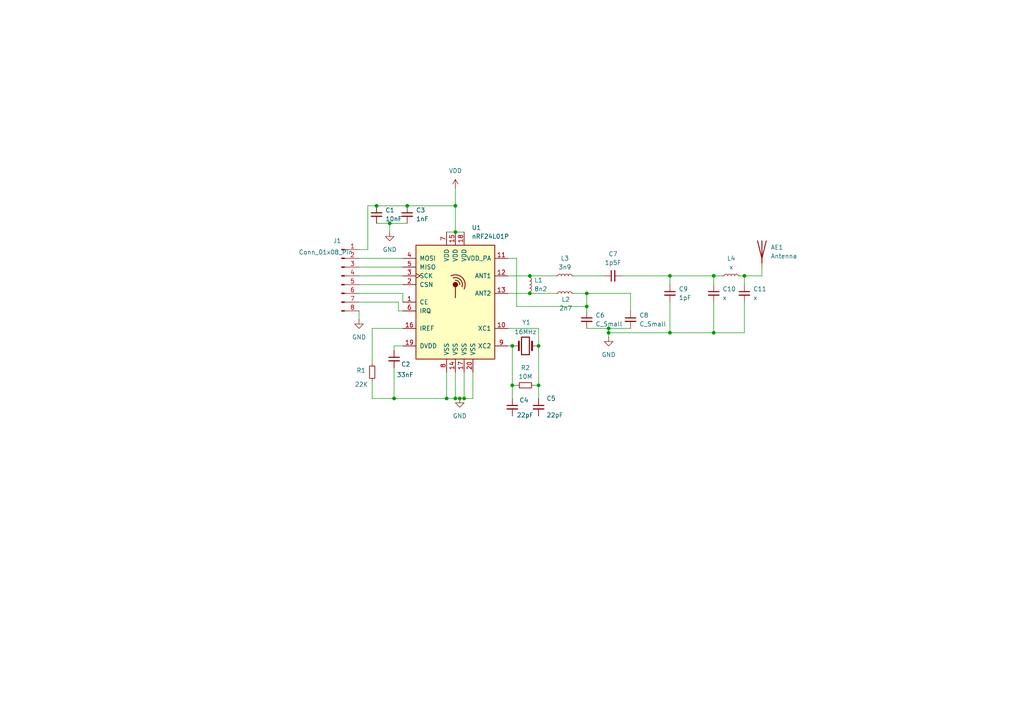
<source format=kicad_sch>
(kicad_sch (version 20231120) (generator "eeschema") (generator_version "8.0")
  (paper "A4")
  (lib_symbols
    (symbol "Connector:Conn_01x08_Pin" (pin_names (offset 1.016) hide)
      (property "Reference" "J" (at 0 10.16 0))
      (property "Value" "Conn_01x08_Pin" (at 0 -12.7 0))
      (symbol "Conn_01x08_Pin_1_1"
        (polyline (pts (xy 1.27 -10.16) (xy 0.8636 -10.16)) (stroke (width 0.1524)))
        (polyline (pts (xy 1.27 -7.62) (xy 0.8636 -7.62)) (stroke (width 0.1524)))
        (polyline (pts (xy 1.27 -5.08) (xy 0.8636 -5.08)) (stroke (width 0.1524)))
        (polyline (pts (xy 1.27 -2.54) (xy 0.8636 -2.54)) (stroke (width 0.1524)))
        (polyline (pts (xy 1.27 0) (xy 0.8636 0)) (stroke (width 0.1524)))
        (polyline (pts (xy 1.27 2.54) (xy 0.8636 2.54)) (stroke (width 0.1524)))
        (polyline (pts (xy 1.27 5.08) (xy 0.8636 5.08)) (stroke (width 0.1524)))
        (polyline (pts (xy 1.27 7.62) (xy 0.8636 7.62)) (stroke (width 0.1524)))
        (rectangle (start 0.8636 -10.033) (end 0 -10.287) (stroke (width 0.1524)) (fill (type outline)))
        (rectangle (start 0.8636 -7.493) (end 0 -7.747) (stroke (width 0.1524)) (fill (type outline)))
        (rectangle (start 0.8636 -4.953) (end 0 -5.207) (stroke (width 0.1524)) (fill (type outline)))
        (rectangle (start 0.8636 -2.413) (end 0 -2.667) (stroke (width 0.1524)) (fill (type outline)))
        (rectangle (start 0.8636 0.127) (end 0 -0.127) (stroke (width 0.1524)) (fill (type outline)))
        (rectangle (start 0.8636 2.667) (end 0 2.413) (stroke (width 0.1524)) (fill (type outline)))
        (rectangle (start 0.8636 5.207) (end 0 4.953) (stroke (width 0.1524)) (fill (type outline)))
        (rectangle (start 0.8636 7.747) (end 0 7.493) (stroke (width 0.1524)) (fill (type outline)))
        (pin passive line (at 5.08 7.62 180) (length 3.81) (name "Pin_1") (number "1"))
        (pin passive line (at 5.08 5.08 180) (length 3.81) (name "Pin_2") (number "2"))
        (pin passive line (at 5.08 2.54 180) (length 3.81) (name "Pin_3") (number "3"))
        (pin passive line (at 5.08 0 180) (length 3.81) (name "Pin_4") (number "4"))
        (pin passive line (at 5.08 -2.54 180) (length 3.81) (name "Pin_5") (number "5"))
        (pin passive line (at 5.08 -5.08 180) (length 3.81) (name "Pin_6") (number "6"))
        (pin passive line (at 5.08 -7.62 180) (length 3.81) (name "Pin_7") (number "7"))
        (pin passive line (at 5.08 -10.16 180) (length 3.81) (name "Pin_8") (number "8"))
      )
    )
    (symbol "Device:Antenna" (pin_numbers hide) (pin_names (offset 1.016) hide)
      (property "Reference" "AE" (at -1.905 1.905 0))
      (property "Value" "Antenna" (at -1.905 0 0))
      (symbol "Antenna_0_1"
        (polyline (pts (xy 0 2.54) (xy 0 -3.81)) (stroke (width 0.254)))
        (polyline (pts (xy 1.27 2.54) (xy 0 -2.54) (xy -1.27 2.54)) (stroke (width 0.254)))
      )
      (symbol "Antenna_1_1"
        (pin input line (at 0 -5.08 90) (length 2.54) (name "A") (number "1"))
      )
    )
    (symbol "Device:C_Small" (pin_numbers hide) (pin_names (offset 0.254) hide)
      (property "Reference" "C" (at 0.254 1.778 0))
      (property "Value" "C_Small" (at 0.254 -2.032 0))
      (symbol "C_Small_0_1"
        (polyline (pts (xy -1.524 -0.508) (xy 1.524 -0.508)) (stroke (width 0.3302)))
        (polyline (pts (xy -1.524 0.508) (xy 1.524 0.508)) (stroke (width 0.3048)))
      )
      (symbol "C_Small_1_1"
        (pin passive line (at 0 2.54 270) (length 2.032) (name "~") (number "1"))
        (pin passive line (at 0 -2.54 90) (length 2.032) (name "~") (number "2"))
      )
    )
    (symbol "Device:Crystal" (pin_numbers hide) (pin_names (offset 1.016) hide)
      (property "Reference" "Y" (at 0 3.81 0))
      (property "Value" "Crystal" (at 0 -3.81 0))
      (symbol "Crystal_0_1"
        (rectangle (start -1.143 2.54) (end 1.143 -2.54) (stroke (width 0.3048)))
        (polyline (pts (xy -2.54 0) (xy -1.905 0)))
        (polyline (pts (xy -1.905 -1.27) (xy -1.905 1.27)) (stroke (width 0.508)))
        (polyline (pts (xy 1.905 -1.27) (xy 1.905 1.27)) (stroke (width 0.508)))
        (polyline (pts (xy 2.54 0) (xy 1.905 0)))
      )
      (symbol "Crystal_1_1"
        (pin passive line (at -3.81 0 0) (length 1.27) (name "1") (number "1"))
        (pin passive line (at 3.81 0 180) (length 1.27) (name "2") (number "2"))
      )
    )
    (symbol "Device:L_Small" (pin_numbers hide) (pin_names (offset 0.254) hide)
      (property "Reference" "L" (at 0.762 1.016 0))
      (property "Value" "L_Small" (at 0.762 -1.016 0))
      (symbol "L_Small_0_1"
        (arc (start 0 -2.032) (mid 0.5058 -1.524) (end 0 -1.016))
        (arc (start 0 -1.016) (mid 0.5058 -0.508) (end 0 0))
        (arc (start 0 0) (mid 0.5058 0.508) (end 0 1.016))
        (arc (start 0 1.016) (mid 0.5058 1.524) (end 0 2.032))
      )
      (symbol "L_Small_1_1"
        (pin passive line (at 0 2.54 270) (length 0.508) (name "~") (number "1"))
        (pin passive line (at 0 -2.54 90) (length 0.508) (name "~") (number "2"))
      )
    )
    (symbol "Device:R_Small" (pin_numbers hide) (pin_names (offset 0.254) hide)
      (property "Reference" "R" (at 0.762 0.508 0))
      (property "Value" "R_Small" (at 0.762 -1.016 0))
      (symbol "R_Small_0_1"
        (rectangle (start -0.762 1.778) (end 0.762 -1.778) (stroke (width 0.2032)))
      )
      (symbol "R_Small_1_1"
        (pin passive line (at 0 2.54 270) (length 0.762) (name "~") (number "1"))
        (pin passive line (at 0 -2.54 90) (length 0.762) (name "~") (number "2"))
      )
    )
    (symbol "RF:nRF24L01P" (pin_names (offset 1.016))
      (property "Reference" "U" (at -11.43 17.78 0))
      (property "Value" "nRF24L01P" (at 5.08 17.78 0))
      (symbol "nRF24L01P_0_1"
        (rectangle (start -11.43 16.51) (end 11.43 -16.51) (stroke (width 0.254)) (fill (type background)))
        (polyline (pts (xy 0 4.445) (xy 0 1.27)) (stroke (width 0.254)))
        (circle (center 0 5.08) (radius 0.635) (stroke (width 0.254)) (fill (type outline)))
        (arc (start 1.27 5.08) (mid 0.9071 5.9946) (end 0 6.35) (stroke (width 0.254)))
        (arc (start 1.905 4.445) (mid 1.4313 6.5254) (end -0.635 6.985) (stroke (width 0.254)))
        (arc (start 2.54 3.81) (mid 2.008 7.088) (end -1.27 7.62) (stroke (width 0.254)))
        (rectangle (start 11.43 -13.97) (end 11.43 -13.97))
      )
      (symbol "nRF24L01P_1_1"
        (pin input line (at -15.24 0 0) (length 3.81) (name "CE") (number "1"))
        (pin passive line (at 15.24 -7.62 180) (length 3.81) (name "XC1") (number "10"))
        (pin power_out line (at 15.24 12.7 180) (length 3.81) (name "VDD_PA") (number "11"))
        (pin passive line (at 15.24 7.62 180) (length 3.81) (name "ANT1") (number "12"))
        (pin passive line (at 15.24 2.54 180) (length 3.81) (name "ANT2") (number "13"))
        (pin power_in line (at 0 -20.32 90) (length 3.81) (name "VSS") (number "14"))
        (pin power_in line (at 0 20.32 270) (length 3.81) (name "VDD") (number "15"))
        (pin passive line (at -15.24 -7.62 0) (length 3.81) (name "IREF") (number "16"))
        (pin power_in line (at 2.54 -20.32 90) (length 3.81) (name "VSS") (number "17"))
        (pin power_in line (at 2.54 20.32 270) (length 3.81) (name "VDD") (number "18"))
        (pin power_out line (at -15.24 -12.7 0) (length 3.81) (name "DVDD") (number "19"))
        (pin input line (at -15.24 5.08 0) (length 3.81) (name "CSN") (number "2"))
        (pin power_in line (at 5.08 -20.32 90) (length 3.81) (name "VSS") (number "20"))
        (pin input clock (at -15.24 7.62 0) (length 3.81) (name "SCK") (number "3"))
        (pin input line (at -15.24 12.7 0) (length 3.81) (name "MOSI") (number "4"))
        (pin output line (at -15.24 10.16 0) (length 3.81) (name "MISO") (number "5"))
        (pin output line (at -15.24 -2.54 0) (length 3.81) (name "IRQ") (number "6"))
        (pin power_in line (at -2.54 20.32 270) (length 3.81) (name "VDD") (number "7"))
        (pin power_in line (at -2.54 -20.32 90) (length 3.81) (name "VSS") (number "8"))
        (pin passive line (at 15.24 -12.7 180) (length 3.81) (name "XC2") (number "9"))
      )
    )
    (symbol "power:GND" (power) (pin_numbers hide) (pin_names (offset 0) hide)
      (property "Value" "GND" (at 0 -3.81 0))
      (symbol "GND_0_1"
        (polyline (pts (xy 0 0) (xy 0 -1.27) (xy 1.27 -1.27) (xy 0 -2.54) (xy -1.27 -1.27) (xy 0 -1.27)))
      )
      (symbol "GND_1_1"
        (pin power_in line (at 0 0 270) (length 0) (name "~") (number "1"))
      )
    )
    (symbol "power:VDD" (power) (pin_numbers hide) (pin_names (offset 0) hide)
      (property "Value" "VDD" (at 0 3.556 0))
      (symbol "VDD_0_1"
        (polyline (pts (xy -0.762 1.27) (xy 0 2.54)))
        (polyline (pts (xy 0 0) (xy 0 2.54)))
        (polyline (pts (xy 0 2.54) (xy 0.762 1.27)))
      )
      (symbol "VDD_1_1"
        (pin power_in line (at 0 0 90) (length 0) (name "~") (number "1"))
      )
    )
  )
  (junction (at 170.18 85.09))
  (junction (at 132.08 115.57))
  (junction (at 215.9 80.01))
  (junction (at 153.67 85.09))
  (junction (at 207.01 96.52))
  (junction (at 170.18 88.9))
  (junction (at 114.3 115.57))
  (junction (at 148.59 111.76))
  (junction (at 176.53 96.52))
  (junction (at 129.54 115.57))
  (junction (at 134.62 115.57))
  (junction (at 156.21 111.76))
  (junction (at 194.31 96.52))
  (junction (at 194.31 80.01))
  (junction (at 148.59 100.33))
  (junction (at 132.08 67.31))
  (junction (at 118.11 59.69))
  (junction (at 132.08 59.69))
  (junction (at 113.03 64.77))
  (junction (at 156.21 100.33))
  (junction (at 153.67 80.01))
  (junction (at 109.22 59.69))
  (junction (at 176.53 95.25))
  (junction (at 207.01 80.01))
  (junction (at 133.35 115.57))
  (wire (pts (xy 207.01 87.63) (xy 207.01 96.52)))
  (wire (pts (xy 129.54 115.57) (xy 132.08 115.57)))
  (wire (pts (xy 132.08 54.61) (xy 132.08 59.69)))
  (wire (pts (xy 153.67 80.01) (xy 161.29 80.01)))
  (wire (pts (xy 215.9 82.55) (xy 215.9 80.01)))
  (wire (pts (xy 182.88 90.17) (xy 182.88 85.09)))
  (wire (pts (xy 215.9 96.52) (xy 207.01 96.52)))
  (wire (pts (xy 220.98 80.01) (xy 215.9 80.01)))
  (wire (pts (xy 132.08 107.95) (xy 132.08 115.57)))
  (wire (pts (xy 116.84 100.33) (xy 114.3 100.33)))
  (wire (pts (xy 113.03 64.77) (xy 118.11 64.77)))
  (wire (pts (xy 106.68 59.69) (xy 109.22 59.69)))
  (wire (pts (xy 170.18 88.9) (xy 170.18 85.09)))
  (wire (pts (xy 107.95 95.25) (xy 107.95 105.41)))
  (wire (pts (xy 194.31 80.01) (xy 207.01 80.01)))
  (wire (pts (xy 104.14 77.47) (xy 116.84 77.47)))
  (wire (pts (xy 134.62 107.95) (xy 134.62 115.57)))
  (wire (pts (xy 176.53 95.25) (xy 176.53 96.52)))
  (wire (pts (xy 170.18 90.17) (xy 170.18 88.9)))
  (wire (pts (xy 207.01 80.01) (xy 209.55 80.01)))
  (wire (pts (xy 104.14 90.17) (xy 104.14 92.71)))
  (wire (pts (xy 104.14 82.55) (xy 116.84 82.55)))
  (wire (pts (xy 107.95 110.49) (xy 107.95 115.57)))
  (wire (pts (xy 104.14 87.63) (xy 115.57 87.63)))
  (wire (pts (xy 214.63 80.01) (xy 215.9 80.01)))
  (wire (pts (xy 147.32 100.33) (xy 148.59 100.33)))
  (wire (pts (xy 106.68 59.69) (xy 106.68 72.39)))
  (wire (pts (xy 104.14 80.01) (xy 116.84 80.01)))
  (wire (pts (xy 106.68 72.39) (xy 104.14 72.39)))
  (wire (pts (xy 137.16 107.95) (xy 137.16 115.57)))
  (wire (pts (xy 182.88 85.09) (xy 170.18 85.09)))
  (wire (pts (xy 148.59 111.76) (xy 148.59 115.57)))
  (wire (pts (xy 148.59 100.33) (xy 148.59 111.76)))
  (wire (pts (xy 148.59 111.76) (xy 149.86 111.76)))
  (wire (pts (xy 147.32 74.93) (xy 149.86 74.93)))
  (wire (pts (xy 114.3 106.68) (xy 114.3 115.57)))
  (wire (pts (xy 215.9 87.63) (xy 215.9 96.52)))
  (wire (pts (xy 194.31 80.01) (xy 194.31 82.55)))
  (wire (pts (xy 104.14 85.09) (xy 116.84 85.09)))
  (wire (pts (xy 166.37 85.09) (xy 170.18 85.09)))
  (wire (pts (xy 134.62 115.57) (xy 133.35 115.57)))
  (wire (pts (xy 156.21 111.76) (xy 156.21 115.57)))
  (wire (pts (xy 132.08 67.31) (xy 134.62 67.31)))
  (wire (pts (xy 109.22 64.77) (xy 113.03 64.77)))
  (wire (pts (xy 115.57 90.17) (xy 116.84 90.17)))
  (wire (pts (xy 109.22 59.69) (xy 118.11 59.69)))
  (wire (pts (xy 154.94 111.76) (xy 156.21 111.76)))
  (wire (pts (xy 220.98 80.01) (xy 220.98 77.47)))
  (wire (pts (xy 207.01 82.55) (xy 207.01 80.01)))
  (wire (pts (xy 147.32 85.09) (xy 153.67 85.09)))
  (wire (pts (xy 170.18 95.25) (xy 176.53 95.25)))
  (wire (pts (xy 132.08 115.57) (xy 133.35 115.57)))
  (wire (pts (xy 207.01 96.52) (xy 194.31 96.52)))
  (wire (pts (xy 132.08 67.31) (xy 129.54 67.31)))
  (wire (pts (xy 116.84 95.25) (xy 107.95 95.25)))
  (wire (pts (xy 166.37 80.01) (xy 175.26 80.01)))
  (wire (pts (xy 104.14 74.93) (xy 116.84 74.93)))
  (wire (pts (xy 156.21 100.33) (xy 156.21 111.76)))
  (wire (pts (xy 132.08 59.69) (xy 132.08 67.31)))
  (wire (pts (xy 137.16 115.57) (xy 134.62 115.57)))
  (wire (pts (xy 153.67 85.09) (xy 161.29 85.09)))
  (wire (pts (xy 180.34 80.01) (xy 194.31 80.01)))
  (wire (pts (xy 194.31 87.63) (xy 194.31 96.52)))
  (wire (pts (xy 194.31 96.52) (xy 176.53 96.52)))
  (wire (pts (xy 113.03 67.31) (xy 113.03 64.77)))
  (wire (pts (xy 118.11 59.69) (xy 132.08 59.69)))
  (wire (pts (xy 147.32 80.01) (xy 153.67 80.01)))
  (wire (pts (xy 149.86 88.9) (xy 170.18 88.9)))
  (wire (pts (xy 114.3 115.57) (xy 129.54 115.57)))
  (wire (pts (xy 107.95 115.57) (xy 114.3 115.57)))
  (wire (pts (xy 129.54 107.95) (xy 129.54 115.57)))
  (wire (pts (xy 176.53 96.52) (xy 176.53 97.79)))
  (wire (pts (xy 147.32 95.25) (xy 156.21 95.25)))
  (wire (pts (xy 156.21 95.25) (xy 156.21 100.33)))
  (wire (pts (xy 176.53 95.25) (xy 182.88 95.25)))
  (wire (pts (xy 149.86 74.93) (xy 149.86 88.9)))
  (wire (pts (xy 115.57 87.63) (xy 115.57 90.17)))
  (wire (pts (xy 114.3 100.33) (xy 114.3 101.6)))
  (wire (pts (xy 116.84 85.09) (xy 116.84 87.63)))
  (symbol (lib_id "Device:C_Small") (at 182.88 92.71 0) (unit 1)
    (property "Reference" "C8" (at 185.42 91.4462 0) (effects (justify left)))
    (property "Value" "C_Small" (at 185.42 93.9862 0) (effects (justify left)))
    (property "Footprint" "Capacitor_SMD:C_0402_1005Metric" (effects (hide yes)))
    (property "Description" "Unpolarized capacitor, small symbol" (effects (hide yes)))
  )
  (symbol (lib_id "Device:C_Small") (at 215.9 85.09 0) (unit 1)
    (property "Reference" "C11" (at 218.44 83.8262 0) (effects (justify left)))
    (property "Value" "x" (at 218.44 86.3662 0) (effects (justify left)))
    (property "Footprint" "Capacitor_SMD:C_0402_1005Metric" (effects (hide yes)))
    (property "Description" "Unpolarized capacitor, small symbol" (effects (hide yes)))
  )
  (symbol (lib_id "Device:C_Small") (at 114.3 104.14 0) (unit 1)
    (property "Reference" "C2" (at 116.332 105.664 0) (effects (justify left)))
    (property "Value" "33nF" (at 115.062 108.712 0) (effects (justify left)))
    (property "Footprint" "Capacitor_SMD:C_0402_1005Metric" (effects (hide yes)))
    (property "Description" "Unpolarized capacitor, small symbol" (effects (hide yes)))
  )
  (symbol (lib_id "RF:nRF24L01P") (at 132.08 87.63 0) (unit 1)
    (property "Reference" "U1" (at 136.8141 66.04 0) (effects (justify left)))
    (property "Value" "nRF24L01P" (at 136.8141 68.58 0) (effects (justify left)))
    (property "Footprint" "Package_DFN_QFN:QFN-20-1EP_4x4mm_P0.5mm_EP2.5x2.5mm" (effects (hide yes)))
    (property "Datasheet" "http://www.nordicsemi.com/eng/content/download/2726/34069/file/nRF24L01P_Product_Specification_1_0.pdf" (effects (hide yes)))
    (property "Description" "nRF24L01+, Ultra low power 2.4GHz RF Transceiver, QFN20 4x4mm" (effects (hide yes)))
  )
  (symbol (lib_id "Device:L_Small") (at 212.09 80.01 90) (unit 1)
    (property "Reference" "L4" (at 212.09 74.93 90))
    (property "Value" "x" (at 212.09 77.47 90))
    (property "Footprint" "Inductor_SMD:L_0402_1005Metric" (effects (hide yes)))
    (property "Description" "Inductor, small symbol" (effects (hide yes)))
  )
  (symbol (lib_id "Device:C_Small") (at 177.8 80.01 90) (unit 1)
    (property "Reference" "C7" (at 177.8063 73.66 90))
    (property "Value" "1p5F" (at 177.8063 76.2 90))
    (property "Footprint" "Capacitor_SMD:C_0402_1005Metric" (effects (hide yes)))
    (property "Description" "Unpolarized capacitor, small symbol" (effects (hide yes)))
  )
  (symbol (lib_id "Device:C_Small") (at 207.01 85.09 0) (unit 1)
    (property "Reference" "C10" (at 209.55 83.8262 0) (effects (justify left)))
    (property "Value" "x" (at 209.55 86.3662 0) (effects (justify left)))
    (property "Footprint" "Capacitor_SMD:C_0402_1005Metric" (effects (hide yes)))
    (property "Description" "Unpolarized capacitor, small symbol" (effects (hide yes)))
  )
  (symbol (lib_id "Device:C_Small") (at 109.22 62.23 0) (unit 1)
    (property "Reference" "C1" (at 111.76 60.9662 0) (effects (justify left)))
    (property "Value" "10nF" (at 111.76 63.5062 0) (effects (justify left)))
    (property "Footprint" "Capacitor_SMD:C_0402_1005Metric" (effects (hide yes)))
    (property "Description" "Unpolarized capacitor, small symbol" (effects (hide yes)))
  )
  (symbol (lib_id "Device:L_Small") (at 153.67 82.55 0) (unit 1)
    (property "Reference" "L1" (at 154.94 81.2799 0) (effects (justify left)))
    (property "Value" "8n2" (at 154.94 83.8199 0) (effects (justify left)))
    (property "Footprint" "Inductor_SMD:L_0402_1005Metric" (effects (hide yes)))
    (property "Description" "Inductor, small symbol" (effects (hide yes)))
  )
  (symbol (lib_id "power:GND") (at 104.14 92.71 0) (unit 1)
    (property "Reference" "#PWR02" (effects (hide yes)))
    (property "Value" "GND" (at 104.14 97.79 0))
    (property "Description" "Power symbol creates a global label with name \"GND\" , ground" (effects (hide yes)))
  )
  (symbol (lib_id "Device:R_Small") (at 107.95 107.95 0) (unit 1)
    (property "Reference" "R1" (at 103.378 107.442 0) (effects (justify left)))
    (property "Value" "22K" (at 102.87 111.506 0) (effects (justify left)))
    (property "Footprint" "Resistor_SMD:R_0402_1005Metric" (effects (hide yes)))
    (property "Description" "Resistor, small symbol" (effects (hide yes)))
  )
  (symbol (lib_id "power:GND") (at 176.53 97.79 0) (unit 1)
    (property "Reference" "#PWR05" (effects (hide yes)))
    (property "Value" "GND" (at 176.53 102.87 0))
    (property "Description" "Power symbol creates a global label with name \"GND\" , ground" (effects (hide yes)))
  )
  (symbol (lib_id "Connector:Conn_01x08_Pin") (at 99.06 80.01 0) (unit 1)
    (property "Reference" "J1" (at 97.79 69.85 0))
    (property "Value" "Conn_01x08_Pin" (at 94.488 73.152 0))
    (property "Footprint" "Connector_Hirose:Hirose_DF13-08P-1.25DSA_1x08_P1.25mm_Vertical" (effects (hide yes)))
    (property "Description" "Generic connector, single row, 01x08, script generated" (effects (hide yes)))
  )
  (symbol (lib_id "Device:R_Small") (at 152.4 111.76 90) (unit 1)
    (property "Reference" "R2" (at 152.4 106.68 90))
    (property "Value" "10M" (at 152.4 109.22 90))
    (property "Footprint" "Resistor_SMD:R_0402_1005Metric" (effects (hide yes)))
    (property "Description" "Resistor, small symbol" (effects (hide yes)))
  )
  (symbol (lib_id "Device:Antenna") (at 220.98 72.39 0) (unit 1)
    (property "Reference" "AE1" (at 223.52 71.7549 0) (effects (justify left)))
    (property "Value" "Antenna" (at 223.52 74.2949 0) (effects (justify left)))
    (property "Footprint" "RF_Antenna:Coilcraft_MA5532-AE_RFID" (effects (hide yes)))
    (property "Description" "Antenna" (effects (hide yes)))
  )
  (symbol (lib_id "power:GND") (at 133.35 115.57 0) (unit 1)
    (property "Reference" "#PWR01" (effects (hide yes)))
    (property "Value" "GND" (at 133.35 120.65 0))
    (property "Description" "Power symbol creates a global label with name \"GND\" , ground" (effects (hide yes)))
  )
  (symbol (lib_id "Device:L_Small") (at 163.83 80.01 90) (unit 1)
    (property "Reference" "L3" (at 163.83 74.93 90))
    (property "Value" "3n9" (at 163.83 77.47 90))
    (property "Footprint" "Inductor_SMD:L_0402_1005Metric" (effects (hide yes)))
    (property "Description" "Inductor, small symbol" (effects (hide yes)))
  )
  (symbol (lib_id "Device:L_Small") (at 163.83 85.09 90) (unit 1)
    (property "Reference" "L2" (at 164.084 86.868 90))
    (property "Value" "2n7" (at 164.084 89.408 90))
    (property "Footprint" "Inductor_SMD:L_0402_1005Metric" (effects (hide yes)))
    (property "Description" "Inductor, small symbol" (effects (hide yes)))
  )
  (symbol (lib_id "Device:C_Small") (at 118.11 62.23 0) (unit 1)
    (property "Reference" "C3" (at 120.65 60.9662 0) (effects (justify left)))
    (property "Value" "1nF" (at 120.65 63.5062 0) (effects (justify left)))
    (property "Footprint" "Capacitor_SMD:C_0402_1005Metric" (effects (hide yes)))
    (property "Description" "Unpolarized capacitor, small symbol" (effects (hide yes)))
  )
  (symbol (lib_id "Device:Crystal") (at 152.4 100.33 0) (unit 1)
    (property "Reference" "Y1" (at 152.654 93.472 0))
    (property "Value" "16MHz" (at 152.4 96.266 0))
    (property "Footprint" "Crystal:Crystal_SMD_3215-2Pin_3.2x1.5mm" (effects (hide yes)))
    (property "Description" "Two pin crystal" (effects (hide yes)))
  )
  (symbol (lib_id "Device:C_Small") (at 170.18 92.71 0) (unit 1)
    (property "Reference" "C6" (at 172.72 91.4462 0) (effects (justify left)))
    (property "Value" "C_Small" (at 172.72 93.9862 0) (effects (justify left)))
    (property "Footprint" "Capacitor_SMD:C_0402_1005Metric" (effects (hide yes)))
    (property "Description" "Unpolarized capacitor, small symbol" (effects (hide yes)))
  )
  (symbol (lib_id "power:GND") (at 113.03 67.31 0) (unit 1)
    (property "Reference" "#PWR04" (effects (hide yes)))
    (property "Value" "GND" (at 113.03 72.39 0))
    (property "Description" "Power symbol creates a global label with name \"GND\" , ground" (effects (hide yes)))
  )
  (symbol (lib_id "Device:C_Small") (at 156.21 118.11 0) (unit 1)
    (property "Reference" "C5" (at 158.496 115.57 0) (effects (justify left)))
    (property "Value" "22pF" (at 158.496 120.396 0) (effects (justify left)))
    (property "Footprint" "Capacitor_SMD:C_0402_1005Metric" (effects (hide yes)))
    (property "Description" "Unpolarized capacitor, small symbol" (effects (hide yes)))
  )
  (symbol (lib_id "Device:C_Small") (at 148.59 118.11 0) (unit 1)
    (property "Reference" "C4" (at 150.622 116.078 0) (effects (justify left)))
    (property "Value" "22pF" (at 149.86 120.396 0) (effects (justify left)))
    (property "Footprint" "Capacitor_SMD:C_0402_1005Metric" (effects (hide yes)))
    (property "Description" "Unpolarized capacitor, small symbol" (effects (hide yes)))
  )
  (symbol (lib_id "Device:C_Small") (at 194.31 85.09 0) (unit 1)
    (property "Reference" "C9" (at 196.85 83.8262 0) (effects (justify left)))
    (property "Value" "1pF" (at 196.85 86.3662 0) (effects (justify left)))
    (property "Footprint" "Capacitor_SMD:C_0402_1005Metric" (effects (hide yes)))
    (property "Description" "Unpolarized capacitor, small symbol" (effects (hide yes)))
  )
  (symbol (lib_id "power:VDD") (at 132.08 54.61 0) (unit 1)
    (property "Reference" "#PWR03" (effects (hide yes)))
    (property "Value" "VDD" (at 132.08 49.53 0))
    (property "Description" "Power symbol creates a global label with name \"VDD\"" (effects (hide yes)))
  )
)
</source>
